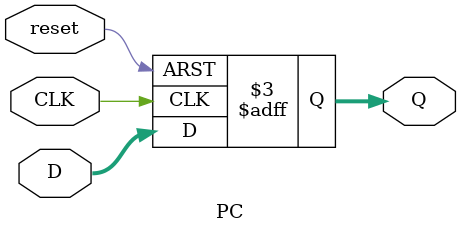
<source format=v>
`timescale 1ns / 1ps

module PC(
    input CLK,
	input reset,
	input [7:0] D,
	output reg [7:0] Q
	);
	
	initial Q = 0;
	
	always @(posedge CLK or posedge reset)
		begin
			if (reset)
				Q <= 0;
			else
				Q <= D;
		end

endmodule
</source>
